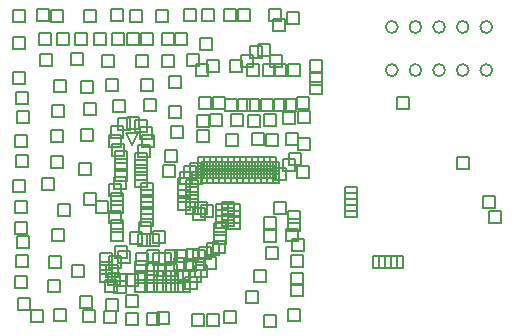
<source format=gbr>
G04*
G04 #@! TF.GenerationSoftware,Altium Limited,Altium Designer,25.8.1 (18)*
G04*
G04 Layer_Color=2752767*
%FSLAX25Y25*%
%MOIN*%
G70*
G04*
G04 #@! TF.SameCoordinates,7B14AC28-D965-4A85-B311-1C3B9A759C65*
G04*
G04*
G04 #@! TF.FilePolarity,Positive*
G04*
G01*
G75*
%ADD47C,0.00667*%
%ADD48C,0.00500*%
D47*
X252752Y471120D02*
G03*
X252752Y471120I-2000J0D01*
G01*
X260626D02*
G03*
X260626Y471120I-2000J0D01*
G01*
X268500D02*
G03*
X268500Y471120I-2000J0D01*
G01*
X276374D02*
G03*
X276374Y471120I-2000J0D01*
G01*
X284248D02*
G03*
X284248Y471120I-2000J0D01*
G01*
X252752Y485500D02*
G03*
X252752Y485500I-2000J0D01*
G01*
X284248D02*
G03*
X284248Y485500I-2000J0D01*
G01*
X276374D02*
G03*
X276374Y485500I-2000J0D01*
G01*
X268500D02*
G03*
X268500Y485500I-2000J0D01*
G01*
X260626D02*
G03*
X260626Y485500I-2000J0D01*
G01*
D48*
X164000Y446000D02*
X162000Y450000D01*
X166000D01*
X164000Y446000D01*
X159500Y406662D02*
Y410662D01*
X163500D01*
Y406662D01*
X159500D01*
X252500Y458000D02*
Y462000D01*
X256500D01*
Y458000D01*
X252500D01*
X283000Y420000D02*
Y424000D01*
X287000D01*
Y420000D01*
X283000D01*
X155500Y402000D02*
Y406000D01*
X159500D01*
Y402000D01*
X155500D01*
X163500Y413000D02*
Y417000D01*
X167500D01*
Y413000D01*
X163500D01*
X272500Y438000D02*
Y442000D01*
X276500D01*
Y438000D01*
X272500D01*
X203500Y475000D02*
Y479000D01*
X207500D01*
Y475000D01*
X203500D01*
X185000Y423000D02*
Y427000D01*
X189000D01*
Y423000D01*
X185000D01*
X194000D02*
Y427000D01*
X198000D01*
Y423000D01*
X194000D01*
X216000Y420000D02*
Y424000D01*
X220000D01*
Y420000D01*
X216000D01*
Y417600D02*
Y421600D01*
X220000D01*
Y417600D01*
X216000D01*
X219155Y435267D02*
Y439267D01*
X223155D01*
Y435267D01*
X219155D01*
X211444Y434556D02*
Y438556D01*
X215444D01*
Y434556D01*
X211444D01*
X214523Y437634D02*
Y441634D01*
X218523D01*
Y437634D01*
X214523D01*
X216444Y439556D02*
Y443556D01*
X220444D01*
Y439556D01*
X216444D01*
X216000Y469000D02*
Y473000D01*
X220000D01*
Y469000D01*
X216000D01*
X211500D02*
Y473000D01*
X215500D01*
Y469000D01*
X211500D01*
X235000Y428000D02*
Y432000D01*
X239000D01*
Y428000D01*
X235000D01*
Y426000D02*
Y430000D01*
X239000D01*
Y426000D01*
X235000D01*
Y424000D02*
Y428000D01*
X239000D01*
Y424000D01*
X235000D01*
Y422000D02*
Y426000D01*
X239000D01*
Y422000D01*
X235000D01*
X223500Y463000D02*
Y467000D01*
X227500D01*
Y463000D01*
X223500D01*
X207827Y469095D02*
Y473095D01*
X211827D01*
Y469095D01*
X207827D01*
X206194Y475806D02*
Y479806D01*
X210194D01*
Y475806D01*
X206194D01*
X223500Y466000D02*
Y470000D01*
X227500D01*
Y466000D01*
X223500D01*
X210000Y472000D02*
Y476000D01*
X214000D01*
Y472000D01*
X210000D01*
X211000Y484200D02*
Y488200D01*
X215000D01*
Y484200D01*
X211000D01*
X189000Y470500D02*
Y474500D01*
X193000D01*
Y470500D01*
X189000D01*
X186728Y477850D02*
Y481850D01*
X190728D01*
Y477850D01*
X186728D01*
X215570Y414200D02*
Y418200D01*
X219570D01*
Y414200D01*
X215570D01*
X200646Y472178D02*
Y476178D01*
X204646D01*
Y472178D01*
X200646D01*
X250500Y405000D02*
Y409000D01*
X254500D01*
Y405000D01*
X250500D01*
X248500D02*
Y409000D01*
X252500D01*
Y405000D01*
X248500D01*
X246500D02*
Y409000D01*
X250500D01*
Y405000D01*
X246500D01*
X244500D02*
Y409000D01*
X248500D01*
Y405000D01*
X244500D01*
X281000Y425000D02*
Y429000D01*
X285000D01*
Y425000D01*
X281000D01*
X208128Y385413D02*
Y389412D01*
X212128D01*
Y385413D01*
X208128D01*
X216124Y387337D02*
Y391337D01*
X220124D01*
Y387337D01*
X216124D01*
X217160Y395926D02*
Y399926D01*
X221160D01*
Y395926D01*
X217160D01*
Y399479D02*
Y403479D01*
X221160D01*
Y399479D01*
X217160D01*
X217012Y405402D02*
Y409402D01*
X221012D01*
Y405402D01*
X217012D01*
X217604Y410733D02*
Y414733D01*
X221604D01*
Y410733D01*
X217604D01*
X208000Y418000D02*
Y422000D01*
X212000D01*
Y418000D01*
X208000D01*
X208276Y413694D02*
Y417694D01*
X212276D01*
Y413694D01*
X208276D01*
X208720Y408068D02*
Y412068D01*
X212720D01*
Y408068D01*
X208720D01*
X204722Y400368D02*
Y404368D01*
X208722D01*
Y400368D01*
X204722D01*
X202000Y393500D02*
Y397500D01*
X206000D01*
Y393500D01*
X202000D01*
X194949Y386745D02*
Y390745D01*
X198949D01*
Y386745D01*
X194949D01*
X146678Y391928D02*
Y395928D01*
X150678D01*
Y391928D01*
X146678D01*
X155414Y390891D02*
Y394891D01*
X159414D01*
Y390891D01*
X155414D01*
X189174Y385857D02*
Y389857D01*
X193174D01*
Y385857D01*
X189174D01*
X184288D02*
Y389857D01*
X188288D01*
Y385857D01*
X184288D01*
X172500Y386500D02*
Y390500D01*
X176500D01*
Y386500D01*
X172500D01*
X169185Y386301D02*
Y390301D01*
X173185D01*
Y386301D01*
X169185D01*
X162000Y386000D02*
Y390000D01*
X166000D01*
Y386000D01*
X162000D01*
X154970Y386893D02*
Y390893D01*
X158970D01*
Y386893D01*
X154970D01*
X147714Y387189D02*
Y391189D01*
X151714D01*
Y387189D01*
X147714D01*
X138000Y387500D02*
Y391500D01*
X142000D01*
Y387500D01*
X138000D01*
X130500Y387000D02*
Y391000D01*
X134500D01*
Y387000D01*
X130500D01*
X219413Y444586D02*
Y448586D01*
X223413D01*
Y444586D01*
X219413D01*
X215500Y446000D02*
Y450000D01*
X219500D01*
Y446000D01*
X215500D01*
X208813Y445829D02*
Y449829D01*
X212813D01*
Y445829D01*
X208813D01*
X204037Y446157D02*
Y450157D01*
X208037D01*
Y446157D01*
X204037D01*
X195400Y445960D02*
Y449960D01*
X199400D01*
Y445960D01*
X195400D01*
X185846Y447007D02*
Y451007D01*
X189846D01*
Y447007D01*
X185846D01*
X185912Y452111D02*
Y456111D01*
X189912D01*
Y452111D01*
X185912D01*
X190000Y452500D02*
Y456500D01*
X194000D01*
Y452500D01*
X190000D01*
X197166Y452503D02*
Y456503D01*
X201166D01*
Y452503D01*
X197166D01*
X202728Y452307D02*
Y456307D01*
X206728D01*
Y452307D01*
X202728D01*
X208000Y452500D02*
Y456500D01*
X212000D01*
Y452500D01*
X208000D01*
X214500Y453000D02*
Y457000D01*
X218500D01*
Y453000D01*
X214500D01*
X219500Y453500D02*
Y457500D01*
X223500D01*
Y453500D01*
X219500D01*
X219000Y458000D02*
Y462000D01*
X223000D01*
Y458000D01*
X219000D01*
X214833Y457607D02*
Y461607D01*
X218833D01*
Y457607D01*
X214833D01*
X211500Y457500D02*
Y461500D01*
X215500D01*
Y457500D01*
X211500D01*
X207000D02*
Y461500D01*
X211000D01*
Y457500D01*
X207000D01*
X202500D02*
Y461500D01*
X206500D01*
Y457500D01*
X202500D01*
X199500D02*
Y461500D01*
X203500D01*
Y457500D01*
X199500D01*
X195000D02*
Y461500D01*
X199000D01*
Y457500D01*
X195000D01*
X191000Y458000D02*
Y462000D01*
X195000D01*
Y458000D01*
X191000D01*
X186500D02*
Y462000D01*
X190500D01*
Y458000D01*
X186500D01*
X136292Y396999D02*
Y400999D01*
X140292D01*
Y396999D01*
X136292D01*
X136500Y405000D02*
Y409000D01*
X140500D01*
Y405000D01*
X136500D01*
X137500Y414000D02*
Y418000D01*
X141500D01*
Y414000D01*
X137500D01*
X139500Y422500D02*
Y426500D01*
X143500D01*
Y422500D01*
X139500D01*
X146500Y436000D02*
Y440000D01*
X150500D01*
Y436000D01*
X146500D01*
X137000Y438500D02*
Y442500D01*
X141000D01*
Y438500D01*
X137000D01*
Y447000D02*
Y451000D01*
X141000D01*
Y447000D01*
X137000D01*
X147000Y447500D02*
Y451500D01*
X151000D01*
Y447500D01*
X147000D01*
X174500Y435500D02*
Y439500D01*
X178500D01*
Y435500D01*
X174500D01*
X175000Y440500D02*
Y444500D01*
X179000D01*
Y440500D01*
X175000D01*
X177000Y448500D02*
Y452500D01*
X181000D01*
Y448500D01*
X177000D01*
X176355Y455063D02*
Y459063D01*
X180355D01*
Y455063D01*
X176355D01*
X168000Y457500D02*
Y461500D01*
X172000D01*
Y457500D01*
X168000D01*
X157762Y457129D02*
Y461129D01*
X161762D01*
Y457129D01*
X157762D01*
X148000Y456000D02*
Y460000D01*
X152000D01*
Y456000D01*
X148000D01*
X137500Y455500D02*
Y459500D01*
X141500D01*
Y455500D01*
X137500D01*
X137989Y463990D02*
Y467990D01*
X141989D01*
Y463990D01*
X137989D01*
X147000Y463500D02*
Y467500D01*
X151000D01*
Y463500D01*
X147000D01*
X155500Y464000D02*
Y468000D01*
X159500D01*
Y464000D01*
X155500D01*
X167000D02*
Y468000D01*
X171000D01*
Y464000D01*
X167000D01*
X176500Y465000D02*
Y469000D01*
X180500D01*
Y465000D01*
X176500D01*
X174000Y472000D02*
Y476000D01*
X178000D01*
Y472000D01*
X174000D01*
X182500Y472500D02*
Y476500D01*
X186500D01*
Y472500D01*
X182500D01*
X165500Y472000D02*
Y476000D01*
X169500D01*
Y472000D01*
X165500D01*
X154073Y472106D02*
Y476106D01*
X158073D01*
Y472106D01*
X154073D01*
X143744Y472697D02*
Y476697D01*
X147744D01*
Y472697D01*
X143744D01*
X133500Y472500D02*
Y476500D01*
X137500D01*
Y472500D01*
X133500D01*
X133000Y479500D02*
Y483500D01*
X137000D01*
Y479500D01*
X133000D01*
X139000D02*
Y483500D01*
X143000D01*
Y479500D01*
X139000D01*
X145293Y479484D02*
Y483484D01*
X149293D01*
Y479484D01*
X145293D01*
X151500Y479500D02*
Y483500D01*
X155500D01*
Y479500D01*
X151500D01*
X157500D02*
Y483500D01*
X161500D01*
Y479500D01*
X157500D01*
X162500D02*
Y483500D01*
X166500D01*
Y479500D01*
X162500D01*
X167280Y479484D02*
Y483484D01*
X171280D01*
Y479484D01*
X167280D01*
X174067Y479337D02*
Y483337D01*
X178067D01*
Y479337D01*
X174067D01*
X178500Y479500D02*
Y483500D01*
X182500D01*
Y479500D01*
X178500D01*
X196649Y470354D02*
Y474354D01*
X200649D01*
Y470354D01*
X196649D01*
X187497Y487536D02*
Y491536D01*
X191497D01*
Y487536D01*
X187497D01*
X215901Y486511D02*
Y490511D01*
X219901D01*
Y486511D01*
X215901D01*
X209944Y487653D02*
Y491653D01*
X213944D01*
Y487653D01*
X209944D01*
X199500Y487500D02*
Y491500D01*
X203500D01*
Y487500D01*
X199500D01*
X194818Y487536D02*
Y491536D01*
X198818D01*
Y487536D01*
X194818D01*
X181500Y487500D02*
Y491500D01*
X185500D01*
Y487500D01*
X181500D01*
X172124Y487243D02*
Y491243D01*
X176123D01*
Y487243D01*
X172124D01*
X163500Y487000D02*
Y491000D01*
X167500D01*
Y487000D01*
X163500D01*
X157000Y487500D02*
Y491500D01*
X161000D01*
Y487500D01*
X157000D01*
X148000Y487000D02*
Y491000D01*
X152000D01*
Y487000D01*
X148000D01*
X137000D02*
Y491000D01*
X141000D01*
Y487000D01*
X137000D01*
X132500Y487500D02*
Y491500D01*
X136500D01*
Y487500D01*
X132500D01*
X124500Y487000D02*
Y491000D01*
X128500D01*
Y487000D01*
X124500D01*
Y478000D02*
Y482000D01*
X128500D01*
Y478000D01*
X124500D01*
X124477Y466510D02*
Y470510D01*
X128477D01*
Y466510D01*
X124477D01*
X125499Y459810D02*
Y463810D01*
X129499D01*
Y459810D01*
X125499D01*
X125953Y453337D02*
Y457337D01*
X129953D01*
Y453337D01*
X125953D01*
X125272Y445502D02*
Y449502D01*
X129272D01*
Y445502D01*
X125272D01*
X125499Y438915D02*
Y442915D01*
X129499D01*
Y438915D01*
X125499D01*
X124500Y430500D02*
Y434500D01*
X128500D01*
Y430500D01*
X124500D01*
X126000Y391000D02*
Y395000D01*
X130000D01*
Y391000D01*
X126000D01*
X125000Y398500D02*
Y402500D01*
X129000D01*
Y398500D01*
X125000D01*
X125612Y405415D02*
Y409415D01*
X129612D01*
Y405415D01*
X125612D01*
X125953Y411661D02*
Y415661D01*
X129953D01*
Y411661D01*
X125953D01*
X125000Y416500D02*
Y420500D01*
X129000D01*
Y416500D01*
X125000D01*
Y423500D02*
Y427500D01*
X129000D01*
Y423500D01*
X125000D01*
X134000Y431000D02*
Y435000D01*
X138000D01*
Y431000D01*
X134000D01*
X148000Y426000D02*
Y430000D01*
X152000D01*
Y426000D01*
X148000D01*
X152000Y423500D02*
Y427500D01*
X156000D01*
Y423500D01*
X152000D01*
X166500Y416500D02*
Y420500D01*
X170500D01*
Y416500D01*
X166500D01*
X167000Y419000D02*
Y423000D01*
X171000D01*
Y419000D01*
X167000D01*
Y421500D02*
Y425500D01*
X171000D01*
Y421500D01*
X167000D01*
X167179Y424780D02*
Y428780D01*
X171179D01*
Y424780D01*
X167179D01*
X167000Y427000D02*
Y431000D01*
X171000D01*
Y427000D01*
X167000D01*
Y429500D02*
Y433500D01*
X171000D01*
Y429500D01*
X167000D01*
X165000Y432000D02*
Y436000D01*
X169000D01*
Y432000D01*
X165000D01*
Y434500D02*
Y438500D01*
X169000D01*
Y434500D01*
X165000D01*
Y437000D02*
Y441000D01*
X169000D01*
Y437000D01*
X165000D01*
Y439500D02*
Y443500D01*
X169000D01*
Y439500D01*
X165000D01*
X166252Y442058D02*
Y446058D01*
X170252D01*
Y442058D01*
X166252D01*
X167500Y445500D02*
Y449500D01*
X171500D01*
Y445500D01*
X167500D01*
X166837Y448061D02*
Y452061D01*
X170837D01*
Y448061D01*
X166837D01*
X165080Y450453D02*
Y454453D01*
X169080D01*
Y450453D01*
X165080D01*
X162500Y451500D02*
Y455500D01*
X166500D01*
Y451500D01*
X162500D01*
X159500Y451000D02*
Y455000D01*
X163500D01*
Y451000D01*
X159500D01*
X157000Y448500D02*
Y452500D01*
X161000D01*
Y448500D01*
X157000D01*
X156500Y445500D02*
Y449500D01*
X160500D01*
Y445500D01*
X156500D01*
X157500Y442500D02*
Y446500D01*
X161500D01*
Y442500D01*
X157500D01*
X158500Y440000D02*
Y444000D01*
X162500D01*
Y440000D01*
X158500D01*
Y437500D02*
Y441500D01*
X162500D01*
Y437500D01*
X158500D01*
Y434000D02*
Y438000D01*
X162500D01*
Y434000D01*
X158500D01*
X158000Y431500D02*
Y435500D01*
X162000D01*
Y431500D01*
X158000D01*
X156500Y429000D02*
Y433000D01*
X160500D01*
Y429000D01*
X156500D01*
X157000Y426000D02*
Y430000D01*
X161000D01*
Y426000D01*
X157000D01*
Y423500D02*
Y427500D01*
X161000D01*
Y423500D01*
X157000D01*
X156500Y420000D02*
Y424000D01*
X160500D01*
Y420000D01*
X156500D01*
X157000Y417000D02*
Y421000D01*
X161000D01*
Y417000D01*
X157000D01*
Y414000D02*
Y418000D01*
X161000D01*
Y414000D01*
X157000D01*
X158005Y396717D02*
Y400717D01*
X162005D01*
Y396717D01*
X158005D01*
X158500Y399000D02*
Y403000D01*
X162500D01*
Y399000D01*
X158500D01*
X155000Y397000D02*
Y401000D01*
X159000D01*
Y397000D01*
X155000D01*
X156500Y405000D02*
Y409000D01*
X160500D01*
Y405000D01*
X156500D01*
X153500Y403000D02*
Y407000D01*
X157500D01*
Y403000D01*
X153500D01*
Y406000D02*
Y410000D01*
X157500D01*
Y406000D01*
X153500D01*
X156000Y399500D02*
Y403500D01*
X160000D01*
Y399500D01*
X156000D01*
X153500Y400500D02*
Y404500D01*
X157500D01*
Y400500D01*
X153500D01*
X165519Y406282D02*
Y410282D01*
X169519D01*
Y406282D01*
X165519D01*
X165129Y403549D02*
Y407549D01*
X169129D01*
Y403549D01*
X165129D01*
X168741Y402719D02*
Y406719D01*
X172741D01*
Y402719D01*
X168741D01*
X171500Y402500D02*
Y406500D01*
X175500D01*
Y402500D01*
X171500D01*
X175000D02*
Y406500D01*
X179000D01*
Y402500D01*
X175000D01*
X179500Y400500D02*
Y404500D01*
X183500D01*
Y400500D01*
X179500D01*
X177000Y400000D02*
Y404000D01*
X181000D01*
Y400000D01*
X177000D01*
X174500D02*
Y404000D01*
X178500D01*
Y400000D01*
X174500D01*
X171500D02*
Y404000D01*
X175500D01*
Y400000D01*
X171500D01*
X168500D02*
Y404000D01*
X172500D01*
Y400000D01*
X168500D01*
X165000D02*
Y404000D01*
X169000D01*
Y400000D01*
X165000D01*
Y397000D02*
Y401000D01*
X169000D01*
Y397000D01*
X165000D01*
X168500D02*
Y401000D01*
X172500D01*
Y397000D01*
X168500D01*
X171500D02*
Y401000D01*
X175500D01*
Y397000D01*
X171500D01*
X174500D02*
Y401000D01*
X178500D01*
Y397000D01*
X174500D01*
X177000D02*
Y401000D01*
X181000D01*
Y397000D01*
X177000D01*
X179500D02*
Y401000D01*
X183500D01*
Y397000D01*
X179500D01*
X181772Y398229D02*
Y402229D01*
X185772D01*
Y398229D01*
X181772D01*
X183188Y400621D02*
Y404621D01*
X187188D01*
Y400621D01*
X183188D01*
X185000Y402000D02*
Y406000D01*
X189000D01*
Y402000D01*
X185000D01*
X188166Y404672D02*
Y408672D01*
X192166D01*
Y404672D01*
X188166D01*
X184500Y404500D02*
Y408500D01*
X188500D01*
Y404500D01*
X184500D01*
X181500Y404000D02*
Y408000D01*
X185500D01*
Y404000D01*
X181500D01*
X178000Y404500D02*
Y408500D01*
X182000D01*
Y404500D01*
X178000D01*
X178500Y407000D02*
Y411000D01*
X182500D01*
Y407000D01*
X178500D01*
X182000Y407500D02*
Y411500D01*
X186000D01*
Y407500D01*
X182000D01*
X184500Y407000D02*
Y411000D01*
X188500D01*
Y407000D01*
X184500D01*
X186500Y408000D02*
Y412000D01*
X190500D01*
Y408000D01*
X186500D01*
X189240Y409357D02*
Y413357D01*
X193240D01*
Y409357D01*
X189240D01*
X191000Y410000D02*
Y414000D01*
X195000D01*
Y410000D01*
X191000D01*
X191500Y413000D02*
Y417000D01*
X195500D01*
Y413000D01*
X191500D01*
Y416000D02*
Y420000D01*
X195500D01*
Y416000D01*
X191500D01*
X196000Y418000D02*
Y422000D01*
X200000D01*
Y418000D01*
X196000D01*
X192000Y418500D02*
Y422500D01*
X196000D01*
Y418500D01*
X192000D01*
X194000Y419000D02*
Y423000D01*
X198000D01*
Y419000D01*
X194000D01*
X196000Y420000D02*
Y424000D01*
X200000D01*
Y420000D01*
X196000D01*
X192000Y420500D02*
Y424500D01*
X196000D01*
Y420500D01*
X192000D01*
X194000Y421000D02*
Y425000D01*
X198000D01*
Y421000D01*
X194000D01*
X196000Y422500D02*
Y426500D01*
X200000D01*
Y422500D01*
X196000D01*
X192000D02*
Y426500D01*
X196000D01*
Y422500D01*
X192000D01*
X184500Y421000D02*
Y425000D01*
X188500D01*
Y421000D01*
X184500D01*
X187000Y422000D02*
Y426000D01*
X191000D01*
Y422000D01*
X187000D01*
X182000Y423000D02*
Y427000D01*
X186000D01*
Y423000D01*
X182000D01*
X179500Y424500D02*
Y428500D01*
X183500D01*
Y424500D01*
X179500D01*
Y427000D02*
Y431000D01*
X183500D01*
Y427000D01*
X179500D01*
Y429000D02*
Y433000D01*
X183500D01*
Y429000D01*
X179500D01*
Y431000D02*
Y435000D01*
X183500D01*
Y431000D01*
X179500D01*
X180000Y433000D02*
Y437000D01*
X184000D01*
Y433000D01*
X180000D01*
X181500Y435000D02*
Y439000D01*
X185500D01*
Y435000D01*
X181500D01*
X186000Y438000D02*
Y442000D01*
X190000D01*
Y438000D01*
X186000D01*
X188000D02*
Y442000D01*
X192000D01*
Y438000D01*
X188000D01*
X190000D02*
Y442000D01*
X194000D01*
Y438000D01*
X190000D01*
X192000D02*
Y442000D01*
X196000D01*
Y438000D01*
X192000D01*
X194000D02*
Y442000D01*
X198000D01*
Y438000D01*
X194000D01*
X196000D02*
Y442000D01*
X200000D01*
Y438000D01*
X196000D01*
X198000D02*
Y442000D01*
X202000D01*
Y438000D01*
X198000D01*
X200000D02*
Y442000D01*
X204000D01*
Y438000D01*
X200000D01*
X202000D02*
Y442000D01*
X206000D01*
Y438000D01*
X202000D01*
X204000D02*
Y442000D01*
X208000D01*
Y438000D01*
X204000D01*
X206000D02*
Y442000D01*
X210000D01*
Y438000D01*
X206000D01*
X208000D02*
Y442000D01*
X212000D01*
Y438000D01*
X208000D01*
X209000Y436500D02*
Y440500D01*
X213000D01*
Y436500D01*
X209000D01*
X207000D02*
Y440500D01*
X211000D01*
Y436500D01*
X207000D01*
X205000D02*
Y440500D01*
X209000D01*
Y436500D01*
X205000D01*
X203000D02*
Y440500D01*
X207000D01*
Y436500D01*
X203000D01*
X201000D02*
Y440500D01*
X205000D01*
Y436500D01*
X201000D01*
X199000D02*
Y440500D01*
X203000D01*
Y436500D01*
X199000D01*
X197000D02*
Y440500D01*
X201000D01*
Y436500D01*
X197000D01*
X195000D02*
Y440500D01*
X199000D01*
Y436500D01*
X195000D01*
X193000D02*
Y440500D01*
X197000D01*
Y436500D01*
X193000D01*
X191000D02*
Y440500D01*
X195000D01*
Y436500D01*
X191000D01*
X189000D02*
Y440500D01*
X193000D01*
Y436500D01*
X189000D01*
X187000D02*
Y440500D01*
X191000D01*
Y436500D01*
X187000D01*
X183500Y436000D02*
Y440000D01*
X187500D01*
Y436000D01*
X183500D01*
X186000Y435000D02*
Y439000D01*
X190000D01*
Y435000D01*
X186000D01*
X188000D02*
Y439000D01*
X192000D01*
Y435000D01*
X188000D01*
X190000D02*
Y439000D01*
X194000D01*
Y435000D01*
X190000D01*
X192000D02*
Y439000D01*
X196000D01*
Y435000D01*
X192000D01*
X194000D02*
Y439000D01*
X198000D01*
Y435000D01*
X194000D01*
X196000D02*
Y439000D01*
X200000D01*
Y435000D01*
X196000D01*
X198000D02*
Y439000D01*
X202000D01*
Y435000D01*
X198000D01*
X200000D02*
Y439000D01*
X204000D01*
Y435000D01*
X200000D01*
X202000D02*
Y439000D01*
X206000D01*
Y435000D01*
X202000D01*
X204000D02*
Y439000D01*
X208000D01*
Y435000D01*
X204000D01*
X206000D02*
Y439000D01*
X210000D01*
Y435000D01*
X206000D01*
X208000D02*
Y439000D01*
X212000D01*
Y435000D01*
X208000D01*
X209000Y433500D02*
Y437500D01*
X213000D01*
Y433500D01*
X209000D01*
X207000D02*
Y437500D01*
X211000D01*
Y433500D01*
X207000D01*
X205000D02*
Y437500D01*
X209000D01*
Y433500D01*
X205000D01*
X203000D02*
Y437500D01*
X207000D01*
Y433500D01*
X203000D01*
X201000D02*
Y437500D01*
X205000D01*
Y433500D01*
X201000D01*
X199000D02*
Y437500D01*
X203000D01*
Y433500D01*
X199000D01*
X197000D02*
Y437500D01*
X201000D01*
Y433500D01*
X197000D01*
X195000D02*
Y437500D01*
X199000D01*
Y433500D01*
X195000D01*
X193000D02*
Y437500D01*
X197000D01*
Y433500D01*
X193000D01*
X191000D02*
Y437500D01*
X195000D01*
Y433500D01*
X191000D01*
X189000D02*
Y437500D01*
X193000D01*
Y433500D01*
X189000D01*
X187000D02*
Y437500D01*
X191000D01*
Y433500D01*
X187000D01*
X183500Y433000D02*
Y437000D01*
X187500D01*
Y433000D01*
X183500D01*
X182000Y430500D02*
Y434500D01*
X186000D01*
Y430500D01*
X182000D01*
Y428000D02*
Y432000D01*
X186000D01*
Y428000D01*
X182000D01*
Y425500D02*
Y429500D01*
X186000D01*
Y425500D01*
X182000D01*
X158500Y408500D02*
Y412500D01*
X162500D01*
Y408500D01*
X158500D01*
X144000Y402000D02*
Y406000D01*
X148000D01*
Y402000D01*
X144000D01*
X166000Y412500D02*
Y416500D01*
X170000D01*
Y412500D01*
X166000D01*
X175000Y407000D02*
Y411000D01*
X179000D01*
Y407000D01*
X175000D01*
X173000Y406000D02*
Y410000D01*
X177000D01*
Y406000D01*
X173000D01*
X169000Y412500D02*
Y416500D01*
X173000D01*
Y412500D01*
X169000D01*
X171000Y413500D02*
Y417500D01*
X175000D01*
Y413500D01*
X171000D01*
X169000Y407000D02*
Y411000D01*
X173000D01*
Y407000D01*
X169000D01*
X171000Y406000D02*
Y410000D01*
X175000D01*
Y406000D01*
X171000D01*
X223500Y470500D02*
Y474500D01*
X227500D01*
Y470500D01*
X223500D01*
X202500Y469000D02*
Y473000D01*
X206500D01*
Y469000D01*
X202500D01*
X185500D02*
Y473000D01*
X189500D01*
Y469000D01*
X185500D01*
X211500Y423000D02*
Y427000D01*
X215500D01*
Y423000D01*
X211500D01*
X162000Y399000D02*
Y403000D01*
X166000D01*
Y399000D01*
X162000D01*
Y392300D02*
Y396300D01*
X166000D01*
Y392300D01*
X162000D01*
M02*

</source>
